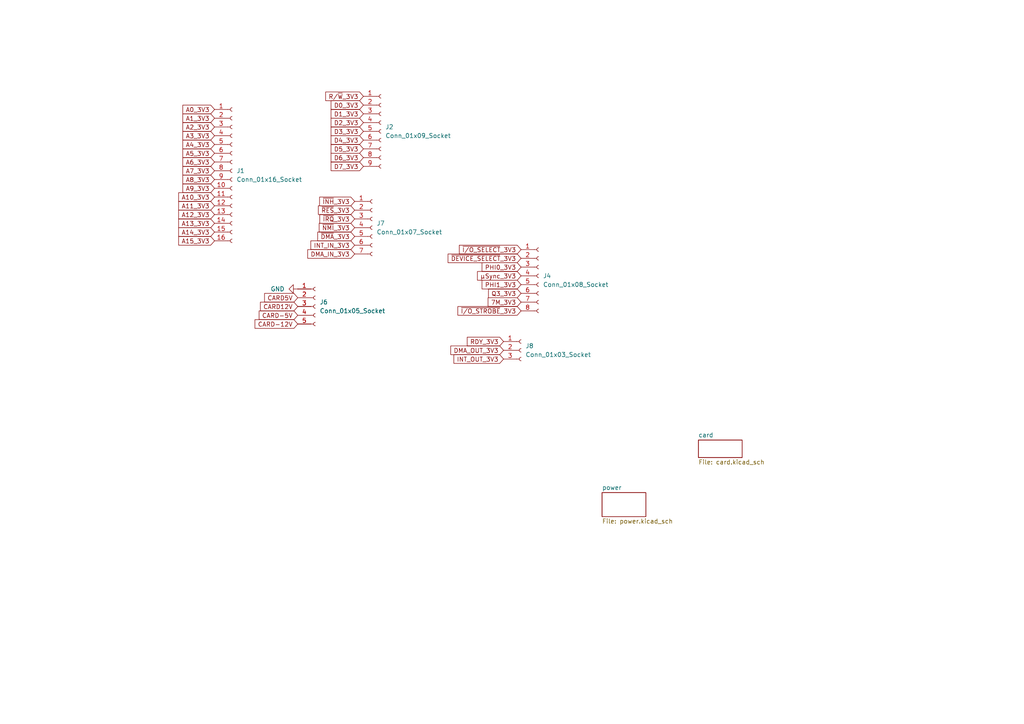
<source format=kicad_sch>
(kicad_sch (version 20250114) (generator "eeschema") (generator_version "9.0")
  (paper "A4")
  (title_block (title "Byte Hamr - Apple II FPGA Peripheral Card") (date "2025-11-30") (rev "1.0.0"))
  (lib_symbols
    (symbol "Connector:Conn_01x03_Socket" (pin_names (offset 1.016) (hide yes))
      (property "Reference" "J" (at 0 5.08 0))
      (property "Value" "Conn_01x03_Socket" (at 0 -5.08 0))
      (symbol "Conn_01x03_Socket_1_1"
        (polyline (pts (xy -1.27 2.54) (xy -0.508 2.54)) (stroke (width 0.1524)))
        (polyline (pts (xy -1.27 0) (xy -0.508 0)) (stroke (width 0.1524)))
        (polyline (pts (xy -1.27 -2.54) (xy -0.508 -2.54)) (stroke (width 0.1524)))
        (arc (start 0 2.032) (mid -0.5058 2.54) (end 0 3.048) (stroke (width 0.1524)))
        (arc (start 0 -0.508) (mid -0.5058 0) (end 0 0.508) (stroke (width 0.1524)))
        (arc (start 0 -3.048) (mid -0.5058 -2.54) (end 0 -2.032) (stroke (width 0.1524)))
        (pin passive line (at -5.08 2.54 0) (length 3.81) (name "Pin_1") (number "1"))
        (pin passive line (at -5.08 0 0) (length 3.81) (name "Pin_2") (number "2"))
        (pin passive line (at -5.08 -2.54 0) (length 3.81) (name "Pin_3") (number "3"))
      )
    )
    (symbol "Connector:Conn_01x05_Socket" (pin_names (offset 1.016) (hide yes))
      (property "Reference" "J" (at 0 7.62 0))
      (property "Value" "Conn_01x05_Socket" (at 0 -7.62 0))
      (symbol "Conn_01x05_Socket_1_1"
        (polyline (pts (xy -1.27 5.08) (xy -0.508 5.08)) (stroke (width 0.1524)))
        (polyline (pts (xy -1.27 2.54) (xy -0.508 2.54)) (stroke (width 0.1524)))
        (polyline (pts (xy -1.27 0) (xy -0.508 0)) (stroke (width 0.1524)))
        (polyline (pts (xy -1.27 -2.54) (xy -0.508 -2.54)) (stroke (width 0.1524)))
        (polyline (pts (xy -1.27 -5.08) (xy -0.508 -5.08)) (stroke (width 0.1524)))
        (arc (start 0 4.572) (mid -0.5058 5.08) (end 0 5.588) (stroke (width 0.1524)))
        (arc (start 0 2.032) (mid -0.5058 2.54) (end 0 3.048) (stroke (width 0.1524)))
        (arc (start 0 -0.508) (mid -0.5058 0) (end 0 0.508) (stroke (width 0.1524)))
        (arc (start 0 -3.048) (mid -0.5058 -2.54) (end 0 -2.032) (stroke (width 0.1524)))
        (arc (start 0 -5.588) (mid -0.5058 -5.08) (end 0 -4.572) (stroke (width 0.1524)))
        (pin passive line (at -5.08 5.08 0) (length 3.81) (name "Pin_1") (number "1"))
        (pin passive line (at -5.08 2.54 0) (length 3.81) (name "Pin_2") (number "2"))
        (pin passive line (at -5.08 0 0) (length 3.81) (name "Pin_3") (number "3"))
        (pin passive line (at -5.08 -2.54 0) (length 3.81) (name "Pin_4") (number "4"))
        (pin passive line (at -5.08 -5.08 0) (length 3.81) (name "Pin_5") (number "5"))
      )
    )
    (symbol "Connector:Conn_01x07_Socket" (pin_names (offset 1.016) (hide yes))
      (property "Reference" "J" (at 0 10.16 0))
      (property "Value" "Conn_01x07_Socket" (at 0 -10.16 0))
      (symbol "Conn_01x07_Socket_1_1"
        (polyline (pts (xy -1.27 7.62) (xy -0.508 7.62)) (stroke (width 0.1524)))
        (polyline (pts (xy -1.27 5.08) (xy -0.508 5.08)) (stroke (width 0.1524)))
        (polyline (pts (xy -1.27 2.54) (xy -0.508 2.54)) (stroke (width 0.1524)))
        (polyline (pts (xy -1.27 0) (xy -0.508 0)) (stroke (width 0.1524)))
        (polyline (pts (xy -1.27 -2.54) (xy -0.508 -2.54)) (stroke (width 0.1524)))
        (polyline (pts (xy -1.27 -5.08) (xy -0.508 -5.08)) (stroke (width 0.1524)))
        (polyline (pts (xy -1.27 -7.62) (xy -0.508 -7.62)) (stroke (width 0.1524)))
        (arc (start 0 7.112) (mid -0.5058 7.62) (end 0 8.128) (stroke (width 0.1524)))
        (arc (start 0 4.572) (mid -0.5058 5.08) (end 0 5.588) (stroke (width 0.1524)))
        (arc (start 0 2.032) (mid -0.5058 2.54) (end 0 3.048) (stroke (width 0.1524)))
        (arc (start 0 -0.508) (mid -0.5058 0) (end 0 0.508) (stroke (width 0.1524)))
        (arc (start 0 -3.048) (mid -0.5058 -2.54) (end 0 -2.032) (stroke (width 0.1524)))
        (arc (start 0 -5.588) (mid -0.5058 -5.08) (end 0 -4.572) (stroke (width 0.1524)))
        (arc (start 0 -8.128) (mid -0.5058 -7.62) (end 0 -7.112) (stroke (width 0.1524)))
        (pin passive line (at -5.08 7.62 0) (length 3.81) (name "Pin_1") (number "1"))
        (pin passive line (at -5.08 5.08 0) (length 3.81) (name "Pin_2") (number "2"))
        (pin passive line (at -5.08 2.54 0) (length 3.81) (name "Pin_3") (number "3"))
        (pin passive line (at -5.08 0 0) (length 3.81) (name "Pin_4") (number "4"))
        (pin passive line (at -5.08 -2.54 0) (length 3.81) (name "Pin_5") (number "5"))
        (pin passive line (at -5.08 -5.08 0) (length 3.81) (name "Pin_6") (number "6"))
        (pin passive line (at -5.08 -7.62 0) (length 3.81) (name "Pin_7") (number "7"))
      )
    )
    (symbol "Connector:Conn_01x08_Socket" (pin_names (offset 1.016) (hide yes))
      (property "Reference" "J" (at 0 10.16 0))
      (property "Value" "Conn_01x08_Socket" (at 0 -12.7 0))
      (symbol "Conn_01x08_Socket_1_1"
        (polyline (pts (xy -1.27 7.62) (xy -0.508 7.62)) (stroke (width 0.1524)))
        (polyline (pts (xy -1.27 5.08) (xy -0.508 5.08)) (stroke (width 0.1524)))
        (polyline (pts (xy -1.27 2.54) (xy -0.508 2.54)) (stroke (width 0.1524)))
        (polyline (pts (xy -1.27 0) (xy -0.508 0)) (stroke (width 0.1524)))
        (polyline (pts (xy -1.27 -2.54) (xy -0.508 -2.54)) (stroke (width 0.1524)))
        (polyline (pts (xy -1.27 -5.08) (xy -0.508 -5.08)) (stroke (width 0.1524)))
        (polyline (pts (xy -1.27 -7.62) (xy -0.508 -7.62)) (stroke (width 0.1524)))
        (polyline (pts (xy -1.27 -10.16) (xy -0.508 -10.16)) (stroke (width 0.1524)))
        (arc (start 0 7.112) (mid -0.5058 7.62) (end 0 8.128) (stroke (width 0.1524)))
        (arc (start 0 4.572) (mid -0.5058 5.08) (end 0 5.588) (stroke (width 0.1524)))
        (arc (start 0 2.032) (mid -0.5058 2.54) (end 0 3.048) (stroke (width 0.1524)))
        (arc (start 0 -0.508) (mid -0.5058 0) (end 0 0.508) (stroke (width 0.1524)))
        (arc (start 0 -3.048) (mid -0.5058 -2.54) (end 0 -2.032) (stroke (width 0.1524)))
        (arc (start 0 -5.588) (mid -0.5058 -5.08) (end 0 -4.572) (stroke (width 0.1524)))
        (arc (start 0 -8.128) (mid -0.5058 -7.62) (end 0 -7.112) (stroke (width 0.1524)))
        (arc (start 0 -10.668) (mid -0.5058 -10.16) (end 0 -9.652) (stroke (width 0.1524)))
        (pin passive line (at -5.08 7.62 0) (length 3.81) (name "Pin_1") (number "1"))
        (pin passive line (at -5.08 5.08 0) (length 3.81) (name "Pin_2") (number "2"))
        (pin passive line (at -5.08 2.54 0) (length 3.81) (name "Pin_3") (number "3"))
        (pin passive line (at -5.08 0 0) (length 3.81) (name "Pin_4") (number "4"))
        (pin passive line (at -5.08 -2.54 0) (length 3.81) (name "Pin_5") (number "5"))
        (pin passive line (at -5.08 -5.08 0) (length 3.81) (name "Pin_6") (number "6"))
        (pin passive line (at -5.08 -7.62 0) (length 3.81) (name "Pin_7") (number "7"))
        (pin passive line (at -5.08 -10.16 0) (length 3.81) (name "Pin_8") (number "8"))
      )
    )
    (symbol "Connector:Conn_01x09_Socket" (pin_names (offset 1.016) (hide yes))
      (property "Reference" "J" (at 0 12.7 0))
      (property "Value" "Conn_01x09_Socket" (at 0 -12.7 0))
      (symbol "Conn_01x09_Socket_1_1"
        (polyline (pts (xy -1.27 10.16) (xy -0.508 10.16)) (stroke (width 0.1524)))
        (polyline (pts (xy -1.27 7.62) (xy -0.508 7.62)) (stroke (width 0.1524)))
        (polyline (pts (xy -1.27 5.08) (xy -0.508 5.08)) (stroke (width 0.1524)))
        (polyline (pts (xy -1.27 2.54) (xy -0.508 2.54)) (stroke (width 0.1524)))
        (polyline (pts (xy -1.27 0) (xy -0.508 0)) (stroke (width 0.1524)))
        (polyline (pts (xy -1.27 -2.54) (xy -0.508 -2.54)) (stroke (width 0.1524)))
        (polyline (pts (xy -1.27 -5.08) (xy -0.508 -5.08)) (stroke (width 0.1524)))
        (polyline (pts (xy -1.27 -7.62) (xy -0.508 -7.62)) (stroke (width 0.1524)))
        (polyline (pts (xy -1.27 -10.16) (xy -0.508 -10.16)) (stroke (width 0.1524)))
        (arc (start 0 9.652) (mid -0.5058 10.16) (end 0 10.668) (stroke (width 0.1524)))
        (arc (start 0 7.112) (mid -0.5058 7.62) (end 0 8.128) (stroke (width 0.1524)))
        (arc (start 0 4.572) (mid -0.5058 5.08) (end 0 5.588) (stroke (width 0.1524)))
        (arc (start 0 2.032) (mid -0.5058 2.54) (end 0 3.048) (stroke (width 0.1524)))
        (arc (start 0 -0.508) (mid -0.5058 0) (end 0 0.508) (stroke (width 0.1524)))
        (arc (start 0 -3.048) (mid -0.5058 -2.54) (end 0 -2.032) (stroke (width 0.1524)))
        (arc (start 0 -5.588) (mid -0.5058 -5.08) (end 0 -4.572) (stroke (width 0.1524)))
        (arc (start 0 -8.128) (mid -0.5058 -7.62) (end 0 -7.112) (stroke (width 0.1524)))
        (arc (start 0 -10.668) (mid -0.5058 -10.16) (end 0 -9.652) (stroke (width 0.1524)))
        (pin passive line (at -5.08 10.16 0) (length 3.81) (name "Pin_1") (number "1"))
        (pin passive line (at -5.08 7.62 0) (length 3.81) (name "Pin_2") (number "2"))
        (pin passive line (at -5.08 5.08 0) (length 3.81) (name "Pin_3") (number "3"))
        (pin passive line (at -5.08 2.54 0) (length 3.81) (name "Pin_4") (number "4"))
        (pin passive line (at -5.08 0 0) (length 3.81) (name "Pin_5") (number "5"))
        (pin passive line (at -5.08 -2.54 0) (length 3.81) (name "Pin_6") (number "6"))
        (pin passive line (at -5.08 -5.08 0) (length 3.81) (name "Pin_7") (number "7"))
        (pin passive line (at -5.08 -7.62 0) (length 3.81) (name "Pin_8") (number "8"))
        (pin passive line (at -5.08 -10.16 0) (length 3.81) (name "Pin_9") (number "9"))
      )
    )
    (symbol "Connector:Conn_01x16_Socket" (pin_names (offset 1.016) (hide yes))
      (property "Reference" "J" (at 0 20.32 0))
      (property "Value" "Conn_01x16_Socket" (at 0 -22.86 0))
      (symbol "Conn_01x16_Socket_1_1"
        (polyline (pts (xy -1.27 17.78) (xy -0.508 17.78)) (stroke (width 0.1524)))
        (polyline (pts (xy -1.27 15.24) (xy -0.508 15.24)) (stroke (width 0.1524)))
        (polyline (pts (xy -1.27 12.7) (xy -0.508 12.7)) (stroke (width 0.1524)))
        (polyline (pts (xy -1.27 10.16) (xy -0.508 10.16)) (stroke (width 0.1524)))
        (polyline (pts (xy -1.27 7.62) (xy -0.508 7.62)) (stroke (width 0.1524)))
        (polyline (pts (xy -1.27 5.08) (xy -0.508 5.08)) (stroke (width 0.1524)))
        (polyline (pts (xy -1.27 2.54) (xy -0.508 2.54)) (stroke (width 0.1524)))
        (polyline (pts (xy -1.27 0) (xy -0.508 0)) (stroke (width 0.1524)))
        (polyline (pts (xy -1.27 -2.54) (xy -0.508 -2.54)) (stroke (width 0.1524)))
        (polyline (pts (xy -1.27 -5.08) (xy -0.508 -5.08)) (stroke (width 0.1524)))
        (polyline (pts (xy -1.27 -7.62) (xy -0.508 -7.62)) (stroke (width 0.1524)))
        (polyline (pts (xy -1.27 -10.16) (xy -0.508 -10.16)) (stroke (width 0.1524)))
        (polyline (pts (xy -1.27 -12.7) (xy -0.508 -12.7)) (stroke (width 0.1524)))
        (polyline (pts (xy -1.27 -15.24) (xy -0.508 -15.24)) (stroke (width 0.1524)))
        (polyline (pts (xy -1.27 -17.78) (xy -0.508 -17.78)) (stroke (width 0.1524)))
        (polyline (pts (xy -1.27 -20.32) (xy -0.508 -20.32)) (stroke (width 0.1524)))
        (arc (start 0 17.272) (mid -0.5058 17.78) (end 0 18.288) (stroke (width 0.1524)))
        (arc (start 0 14.732) (mid -0.5058 15.24) (end 0 15.748) (stroke (width 0.1524)))
        (arc (start 0 12.192) (mid -0.5058 12.7) (end 0 13.208) (stroke (width 0.1524)))
        (arc (start 0 9.652) (mid -0.5058 10.16) (end 0 10.668) (stroke (width 0.1524)))
        (arc (start 0 7.112) (mid -0.5058 7.62) (end 0 8.128) (stroke (width 0.1524)))
        (arc (start 0 4.572) (mid -0.5058 5.08) (end 0 5.588) (stroke (width 0.1524)))
        (arc (start 0 2.032) (mid -0.5058 2.54) (end 0 3.048) (stroke (width 0.1524)))
        (arc (start 0 -0.508) (mid -0.5058 0) (end 0 0.508) (stroke (width 0.1524)))
        (arc (start 0 -3.048) (mid -0.5058 -2.54) (end 0 -2.032) (stroke (width 0.1524)))
        (arc (start 0 -5.588) (mid -0.5058 -5.08) (end 0 -4.572) (stroke (width 0.1524)))
        (arc (start 0 -8.128) (mid -0.5058 -7.62) (end 0 -7.112) (stroke (width 0.1524)))
        (arc (start 0 -10.668) (mid -0.5058 -10.16) (end 0 -9.652) (stroke (width 0.1524)))
        (arc (start 0 -13.208) (mid -0.5058 -12.7) (end 0 -12.192) (stroke (width 0.1524)))
        (arc (start 0 -15.748) (mid -0.5058 -15.24) (end 0 -14.732) (stroke (width 0.1524)))
        (arc (start 0 -18.288) (mid -0.5058 -17.78) (end 0 -17.272) (stroke (width 0.1524)))
        (arc (start 0 -20.828) (mid -0.5058 -20.32) (end 0 -19.812) (stroke (width 0.1524)))
        (pin passive line (at -5.08 17.78 0) (length 3.81) (name "Pin_1") (number "1"))
        (pin passive line (at -5.08 15.24 0) (length 3.81) (name "Pin_2") (number "2"))
        (pin passive line (at -5.08 12.7 0) (length 3.81) (name "Pin_3") (number "3"))
        (pin passive line (at -5.08 10.16 0) (length 3.81) (name "Pin_4") (number "4"))
        (pin passive line (at -5.08 7.62 0) (length 3.81) (name "Pin_5") (number "5"))
        (pin passive line (at -5.08 5.08 0) (length 3.81) (name "Pin_6") (number "6"))
        (pin passive line (at -5.08 2.54 0) (length 3.81) (name "Pin_7") (number "7"))
        (pin passive line (at -5.08 0 0) (length 3.81) (name "Pin_8") (number "8"))
        (pin passive line (at -5.08 -2.54 0) (length 3.81) (name "Pin_9") (number "9"))
        (pin passive line (at -5.08 -5.08 0) (length 3.81) (name "Pin_10") (number "10"))
        (pin passive line (at -5.08 -7.62 0) (length 3.81) (name "Pin_11") (number "11"))
        (pin passive line (at -5.08 -10.16 0) (length 3.81) (name "Pin_12") (number "12"))
        (pin passive line (at -5.08 -12.7 0) (length 3.81) (name "Pin_13") (number "13"))
        (pin passive line (at -5.08 -15.24 0) (length 3.81) (name "Pin_14") (number "14"))
        (pin passive line (at -5.08 -17.78 0) (length 3.81) (name "Pin_15") (number "15"))
        (pin passive line (at -5.08 -20.32 0) (length 3.81) (name "Pin_16") (number "16"))
      )
    )
    (symbol "power:GND" (power) (pin_numbers (hide yes)) (pin_names (offset 0) (hide yes))
      (property "Value" "GND" (at 0 -3.81 0))
      (symbol "GND_0_1"
        (polyline (pts (xy 0 0) (xy 0 -1.27) (xy 1.27 -1.27) (xy 0 -2.54) (xy -1.27 -1.27) (xy 0 -1.27)))
      )
      (symbol "GND_1_1"
        (pin power_in line (at 0 0 270) (length 0) (name "~") (number "1"))
      )
    )
  )
  (global_label "A5_3V3" (shape input) (at 62.23 44.45 180) (property "Intersheetrefs" "${INTERSHEET_REFS}" (effects (hide yes))))
  (global_label "D5_3V3" (shape input) (at 105.41 43.18 180) (property "Intersheetrefs" "${INTERSHEET_REFS}" (effects (hide yes))))
  (global_label "~{I{slash}O_SELECT}_3V3" (shape input) (at 151.13 72.39 180) (property "Intersheetrefs" "${INTERSHEET_REFS}" (effects (hide yes))))
  (global_label "A11_3V3" (shape input) (at 62.23 59.69 180) (property "Intersheetrefs" "${INTERSHEET_REFS}" (effects (hide yes))))
  (global_label "CARD5V" (shape input) (at 86.36 86.36 180) (property "Intersheetrefs" "${INTERSHEET_REFS}" (effects (hide yes))))
  (global_label "R{slash}~{W}_3V3" (shape input) (at 105.41 27.94 180) (property "Intersheetrefs" "${INTERSHEET_REFS}" (effects (hide yes))))
  (global_label "D6_3V3" (shape input) (at 105.41 45.72 180) (property "Intersheetrefs" "${INTERSHEET_REFS}" (effects (hide yes))))
  (global_label "RDY_3V3" (shape input) (at 146.05 99.06 180) (property "Intersheetrefs" "${INTERSHEET_REFS}" (effects (hide yes))))
  (global_label "~{DMA}_3V3" (shape input) (at 102.87 68.58 180) (property "Intersheetrefs" "${INTERSHEET_REFS}" (effects (hide yes))))
  (global_label "A15_3V3" (shape input) (at 62.23 69.85 180) (property "Intersheetrefs" "${INTERSHEET_REFS}" (effects (hide yes))))
  (global_label "µSync_3V3" (shape input) (at 151.13 80.01 180) (property "Intersheetrefs" "${INTERSHEET_REFS}" (effects (hide yes))))
  (global_label "A7_3V3" (shape input) (at 62.23 49.53 180) (property "Intersheetrefs" "${INTERSHEET_REFS}" (effects (hide yes))))
  (global_label "A4_3V3" (shape input) (at 62.23 41.91 180) (property "Intersheetrefs" "${INTERSHEET_REFS}" (effects (hide yes))))
  (global_label "D3_3V3" (shape input) (at 105.41 38.1 180) (property "Intersheetrefs" "${INTERSHEET_REFS}" (effects (hide yes))))
  (global_label "A8_3V3" (shape input) (at 62.23 52.07 180) (property "Intersheetrefs" "${INTERSHEET_REFS}" (effects (hide yes))))
  (global_label "A6_3V3" (shape input) (at 62.23 46.99 180) (property "Intersheetrefs" "${INTERSHEET_REFS}" (effects (hide yes))))
  (global_label "7M_3V3" (shape input) (at 151.13 87.63 180) (property "Intersheetrefs" "${INTERSHEET_REFS}" (effects (hide yes))))
  (global_label "D2_3V3" (shape input) (at 105.41 35.56 180) (property "Intersheetrefs" "${INTERSHEET_REFS}" (effects (hide yes))))
  (global_label "~{INH}_3V3" (shape input) (at 102.87 58.42 180) (property "Intersheetrefs" "${INTERSHEET_REFS}" (effects (hide yes))))
  (global_label "CARD-12V" (shape input) (at 86.36 93.98 180) (property "Intersheetrefs" "${INTERSHEET_REFS}" (effects (hide yes))))
  (global_label "CARD12V" (shape input) (at 86.36 88.9 180) (property "Intersheetrefs" "${INTERSHEET_REFS}" (effects (hide yes))))
  (global_label "~{I{slash}O_STROBE}_3V3" (shape input) (at 151.13 90.17 180) (property "Intersheetrefs" "${INTERSHEET_REFS}" (effects (hide yes))))
  (global_label "A13_3V3" (shape input) (at 62.23 64.77 180) (property "Intersheetrefs" "${INTERSHEET_REFS}" (effects (hide yes))))
  (global_label "~{DEVICE_SELECT}_3V3" (shape input) (at 151.13 74.93 180) (property "Intersheetrefs" "${INTERSHEET_REFS}" (effects (hide yes))))
  (global_label "D0_3V3" (shape input) (at 105.41 30.48 180) (property "Intersheetrefs" "${INTERSHEET_REFS}" (effects (hide yes))))
  (global_label "CARD-5V" (shape input) (at 86.36 91.44 180) (property "Intersheetrefs" "${INTERSHEET_REFS}" (effects (hide yes))))
  (global_label "A12_3V3" (shape input) (at 62.23 62.23 180) (property "Intersheetrefs" "${INTERSHEET_REFS}" (effects (hide yes))))
  (global_label "PHI1_3V3" (shape input) (at 151.13 82.55 180) (property "Intersheetrefs" "${INTERSHEET_REFS}" (effects (hide yes))))
  (global_label "A9_3V3" (shape input) (at 62.23 54.61 180) (property "Intersheetrefs" "${INTERSHEET_REFS}" (effects (hide yes))))
  (global_label "A10_3V3" (shape input) (at 62.23 57.15 180) (property "Intersheetrefs" "${INTERSHEET_REFS}" (effects (hide yes))))
  (global_label "~{RES}_3V3" (shape input) (at 102.87 60.96 180) (property "Intersheetrefs" "${INTERSHEET_REFS}" (effects (hide yes))))
  (global_label "D1_3V3" (shape input) (at 105.41 33.02 180) (property "Intersheetrefs" "${INTERSHEET_REFS}" (effects (hide yes))))
  (global_label "A1_3V3" (shape input) (at 62.23 34.29 180) (property "Intersheetrefs" "${INTERSHEET_REFS}" (effects (hide yes))))
  (global_label "D7_3V3" (shape input) (at 105.41 48.26 180) (property "Intersheetrefs" "${INTERSHEET_REFS}" (effects (hide yes))))
  (global_label "A2_3V3" (shape input) (at 62.23 36.83 180) (property "Intersheetrefs" "${INTERSHEET_REFS}" (effects (hide yes))))
  (global_label "DMA_IN_3V3" (shape input) (at 102.87 73.66 180) (property "Intersheetrefs" "${INTERSHEET_REFS}" (effects (hide yes))))
  (global_label "A3_3V3" (shape input) (at 62.23 39.37 180) (property "Intersheetrefs" "${INTERSHEET_REFS}" (effects (hide yes))))
  (global_label "INT_IN_3V3" (shape input) (at 102.87 71.12 180) (property "Intersheetrefs" "${INTERSHEET_REFS}" (effects (hide yes))))
  (global_label "INT_OUT_3V3" (shape input) (at 146.05 104.14 180) (property "Intersheetrefs" "${INTERSHEET_REFS}" (effects (hide yes))))
  (global_label "~{IRQ}_3V3" (shape input) (at 102.87 63.5 180) (property "Intersheetrefs" "${INTERSHEET_REFS}" (effects (hide yes))))
  (global_label "PHI0_3V3" (shape input) (at 151.13 77.47 180) (property "Intersheetrefs" "${INTERSHEET_REFS}" (effects (hide yes))))
  (global_label "Q3_3V3" (shape input) (at 151.13 85.09 180) (property "Intersheetrefs" "${INTERSHEET_REFS}" (effects (hide yes))))
  (global_label "~{NMI}_3V3" (shape input) (at 102.87 66.04 180) (property "Intersheetrefs" "${INTERSHEET_REFS}" (effects (hide yes))))
  (global_label "D4_3V3" (shape input) (at 105.41 40.64 180) (property "Intersheetrefs" "${INTERSHEET_REFS}" (effects (hide yes))))
  (global_label "DMA_OUT_3V3" (shape input) (at 146.05 101.6 180) (property "Intersheetrefs" "${INTERSHEET_REFS}" (effects (hide yes))))
  (global_label "A0_3V3" (shape input) (at 62.23 31.75 180) (property "Intersheetrefs" "${INTERSHEET_REFS}" (effects (hide yes))))
  (global_label "A14_3V3" (shape input) (at 62.23 67.31 180) (property "Intersheetrefs" "${INTERSHEET_REFS}" (effects (hide yes))))
  (symbol (lib_id "power:GND") (at 86.36 83.82 270) (unit 1)
    (property "Reference" "#PWR026" (effects (hide yes)))
    (property "Value" "GND" (at 82.55 83.8199 90) (effects (justify right)))
    (property "Description" "Power symbol creates a global label with name \"GND\" , ground" (effects (hide yes)))
  )
  (symbol (lib_id "Connector:Conn_01x16_Socket") (at 67.31 49.53 0) (unit 1)
    (property "Reference" "J1" (at 68.58 49.5299 0) (effects (justify left)))
    (property "Value" "Conn_01x16_Socket" (at 68.58 52.0699 0) (effects (justify left)))
    (property "Footprint" "Connector_PinHeader_2.54mm:PinHeader_1x16_P2.54mm_Horizontal" (effects (hide yes)))
    (property "Description" "Generic connector, single row, 01x16, script generated" (effects (hide yes)))
  )
  (symbol (lib_id "Connector:Conn_01x05_Socket") (at 91.44 88.9 0) (unit 1)
    (property "Reference" "J6" (at 92.71 87.6299 0) (effects (justify left)))
    (property "Value" "Conn_01x05_Socket" (at 92.71 90.1699 0) (effects (justify left)))
    (property "Footprint" "Connector_PinHeader_2.54mm:PinHeader_1x05_P2.54mm_Horizontal" (effects (hide yes)))
    (property "Description" "Generic connector, single row, 01x05, script generated" (effects (hide yes)))
  )
  (symbol (lib_id "Connector:Conn_01x07_Socket") (at 107.95 66.04 0) (unit 1)
    (property "Reference" "J7" (at 109.22 64.7699 0) (effects (justify left)))
    (property "Value" "Conn_01x07_Socket" (at 109.22 67.3099 0) (effects (justify left)))
    (property "Footprint" "Connector_PinHeader_2.54mm:PinHeader_1x07_P2.54mm_Horizontal" (effects (hide yes)))
    (property "Description" "Generic connector, single row, 01x07, script generated" (effects (hide yes)))
  )
  (symbol (lib_id "Connector:Conn_01x03_Socket") (at 151.13 101.6 0) (unit 1)
    (property "Reference" "J8" (at 152.4 100.3299 0) (effects (justify left)))
    (property "Value" "Conn_01x03_Socket" (at 152.4 102.8699 0) (effects (justify left)))
    (property "Footprint" "Connector_PinHeader_2.54mm:PinHeader_1x03_P2.54mm_Horizontal" (effects (hide yes)))
    (property "Description" "Generic connector, single row, 01x03, script generated" (effects (hide yes)))
  )
  (symbol (lib_id "Connector:Conn_01x08_Socket") (at 156.21 80.01 0) (unit 1)
    (property "Reference" "J4" (at 157.48 80.0099 0) (effects (justify left)))
    (property "Value" "Conn_01x08_Socket" (at 157.48 82.5499 0) (effects (justify left)))
    (property "Footprint" "Connector_PinHeader_2.54mm:PinHeader_1x08_P2.54mm_Horizontal" (effects (hide yes)))
    (property "Description" "Generic connector, single row, 01x08, script generated" (effects (hide yes)))
  )
  (symbol (lib_id "Connector:Conn_01x09_Socket") (at 110.49 38.1 0) (unit 1)
    (property "Reference" "J2" (at 111.76 36.8299 0) (effects (justify left)))
    (property "Value" "Conn_01x09_Socket" (at 111.76 39.3699 0) (effects (justify left)))
    (property "Footprint" "Connector_PinHeader_2.54mm:PinHeader_1x09_P2.54mm_Horizontal" (effects (hide yes)))
    (property "Description" "Generic connector, single row, 01x09, script generated" (effects (hide yes)))
  )
  (sheet (at 202.565 127.635) (size 12.7 5.08) (stroke (width 0.1524))
    (property "Sheetname" "card" (at 202.565 126.9234 0) (effects (justify left bottom)))
    (property "Sheetfile" "card.kicad_sch" (at 202.565 133.2996 0) (effects (justify left top)))
  )
  (sheet (at 174.625 142.875) (size 12.7 6.985) (stroke (width 0.1524))
    (property "Sheetname" "power" (at 174.625 142.1634 0) (effects (justify left bottom)))
    (property "Sheetfile" "power.kicad_sch" (at 174.625 150.4446 0) (effects (justify left top)))
  )
)
</source>
